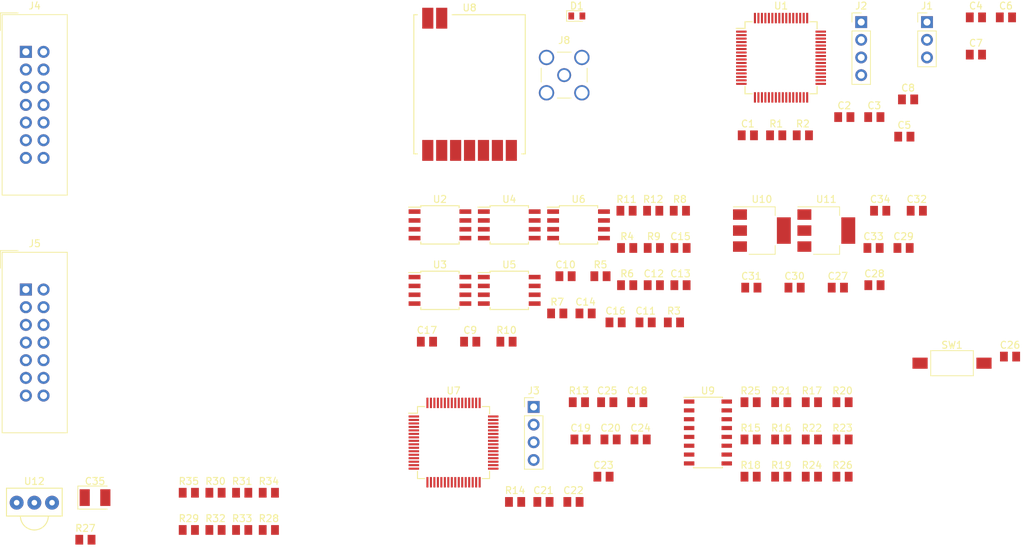
<source format=kicad_pcb>
(kicad_pcb (version 20171130) (host pcbnew 5.0.0-rc2-dev-unknown-0f0d9af~63~ubuntu16.04.1)
  (layers (0 F.Cu signal) (31 B.Cu signal) (34 B.Paste user) (35 F.Paste user) (36 B.SilkS user) (37 F.SilkS user) (38 B.Mask user) (39 F.Mask user) (44 Edge.Cuts user))
  (net 0 "")
  (net 1 /Address/A7)
  (net 2 GND)
  (net 3 "/Main MCU/~RST")
  (net 4 +3V3)
  (net 5 "Net-(R3-Pad1)")
  (net 6 "Net-(C17-Pad1)")
  (net 7 "/Shoulder 1/SPEAKER+")
  (net 8 "/Sound/Sound MCU/DAC")
  (net 9 "Net-(R5-Pad2)")
  (net 10 "Net-(D5-Pad3)")
  (net 11 /Back/LED_PWM_R)
  (net 12 "Net-(C35-Pad1)")
  (net 13 +5V)
  (net 14 /Address/A0)
  (net 15 /Back/LED_PWM_B)
  (net 16 "Net-(D5-Pad1)")
  (net 17 /Address/A6)
  (net 18 /Address/A5)
  (net 19 /Address/A4)
  (net 20 /Address/A3)
  (net 21 /Address/A2)
  (net 22 /Address/A1)
  (net 23 "Net-(D5-Pad2)")
  (net 24 /Back/LED_PWM_G)
  (net 25 "Net-(C15-Pad1)")
  (net 26 "Net-(C13-Pad1)")
  (net 27 "Net-(R7-Pad1)")
  (net 28 "Net-(D4-Pad3)")
  (net 29 "Net-(D4-Pad2)")
  (net 30 "Net-(D3-Pad3)")
  (net 31 "Net-(D3-Pad2)")
  (net 32 "Net-(D3-Pad1)")
  (net 33 "Net-(D2-Pad3)")
  (net 34 "Net-(D2-Pad2)")
  (net 35 "Net-(D2-Pad1)")
  (net 36 "Net-(R13-Pad2)")
  (net 37 "Net-(D4-Pad1)")
  (net 38 "Net-(C12-Pad2)")
  (net 39 "Net-(C11-Pad1)")
  (net 40 "Net-(C12-Pad1)")
  (net 41 "Net-(R9-Pad2)")
  (net 42 "/Shoulder 2/SPEAKER+")
  (net 43 "Net-(R1-Pad2)")
  (net 44 "/Sound/Sound MCU/~RST")
  (net 45 +5V5)
  (net 46 "Net-(C17-Pad2)")
  (net 47 "Net-(C15-Pad2)")
  (net 48 /Sound/MUTE)
  (net 49 "Net-(C10-Pad1)")
  (net 50 "/Shoulder 2/SPEAKER-")
  (net 51 "Net-(C9-Pad1)")
  (net 52 "/Shoulder 1/SPEAKER-")
  (net 53 /LED/PWM_R)
  (net 54 /LED/PWM_G)
  (net 55 /LED/PWM_B)
  (net 56 "Net-(U7-Pad2)")
  (net 57 "Net-(U7-Pad3)")
  (net 58 "Net-(U7-Pad4)")
  (net 59 "Net-(U7-Pad5)")
  (net 60 "Net-(U7-Pad6)")
  (net 61 "Net-(U7-Pad8)")
  (net 62 "Net-(U7-Pad9)")
  (net 63 "Net-(U7-Pad10)")
  (net 64 "Net-(U7-Pad11)")
  (net 65 "/Main MCU/SOUND_SEL0")
  (net 66 "/Main MCU/SOUND_SEL1")
  (net 67 "Net-(U7-Pad16)")
  (net 68 "Net-(U7-Pad17)")
  (net 69 "Net-(U7-Pad21)")
  (net 70 "Net-(U7-Pad23)")
  (net 71 "Net-(U7-Pad24)")
  (net 72 "Net-(U7-Pad25)")
  (net 73 "Net-(U7-Pad26)")
  (net 74 "Net-(U7-Pad27)")
  (net 75 "Net-(U7-Pad28)")
  (net 76 "Net-(U7-Pad29)")
  (net 77 "Net-(U7-Pad30)")
  (net 78 "Net-(C18-Pad1)")
  (net 79 "Net-(U7-Pad33)")
  (net 80 "Net-(U7-Pad34)")
  (net 81 "Net-(U7-Pad35)")
  (net 82 "Net-(U7-Pad36)")
  (net 83 "Net-(U7-Pad37)")
  (net 84 "Net-(U7-Pad38)")
  (net 85 "Net-(U7-Pad39)")
  (net 86 "Net-(U7-Pad40)")
  (net 87 "Net-(U7-Pad41)")
  (net 88 "/Main MCU/SOUND_UART_RX")
  (net 89 /Sound/SOUND_UART_RX)
  (net 90 "Net-(U7-Pad44)")
  (net 91 "Net-(U7-Pad45)")
  (net 92 "/Sound/Sound MCU/SWDIO")
  (net 93 "Net-(C19-Pad1)")
  (net 94 "/Sound/Sound MCU/SWDCLK")
  (net 95 "Net-(U7-Pad50)")
  (net 96 "Net-(U7-Pad51)")
  (net 97 "Net-(U7-Pad52)")
  (net 98 "Net-(U7-Pad53)")
  (net 99 "Net-(U7-Pad54)")
  (net 100 "Net-(U7-Pad55)")
  (net 101 "Net-(U7-Pad56)")
  (net 102 "Net-(U7-Pad57)")
  (net 103 "Net-(U7-Pad58)")
  (net 104 "Net-(U7-Pad59)")
  (net 105 "Net-(U7-Pad61)")
  (net 106 "Net-(U7-Pad62)")
  (net 107 "Net-(U1-Pad62)")
  (net 108 "Net-(U1-Pad61)")
  (net 109 /Back/SDA)
  (net 110 /Back/SCL)
  (net 111 /Back/~AL)
  (net 112 /Back/~INT)
  (net 113 "Net-(U1-Pad55)")
  (net 114 "Net-(U1-Pad54)")
  (net 115 /Display/~LCD_RST)
  (net 116 "/Main MCU/LCD_UART_RX")
  (net 117 /Display/LCD_UART_RX)
  (net 118 "Net-(U1-Pad50)")
  (net 119 "/Main MCU/SWDCLK")
  (net 120 "Net-(C2-Pad1)")
  (net 121 "/Main MCU/SWDIO")
  (net 122 "/Main MCU/~RF_CONFIG")
  (net 123 "/Main MCU/~RF_ENABLE")
  (net 124 "/Main MCU/RF_UART_RX")
  (net 125 /RF/RF_UART_RX)
  (net 126 /Back/IR_RX)
  (net 127 "Net-(U1-Pad36)")
  (net 128 "Net-(U1-Pad35)")
  (net 129 "Net-(U1-Pad34)")
  (net 130 "Net-(U1-Pad33)")
  (net 131 "Net-(C1-Pad1)")
  (net 132 "Net-(U1-Pad30)")
  (net 133 "Net-(U1-Pad29)")
  (net 134 "Net-(U1-Pad28)")
  (net 135 "Net-(U1-Pad27)")
  (net 136 "Net-(U1-Pad25)")
  (net 137 "Net-(U1-Pad24)")
  (net 138 "Net-(U1-Pad21)")
  (net 139 "Net-(U1-Pad20)")
  (net 140 "/Main MCU/GUN_UART_RX")
  (net 141 /Gun/GUN_UART_RX)
  (net 142 "/Main MCU/DEBUG_UART_RX")
  (net 143 "/Main MCU/DEBUG_UART_TX")
  (net 144 /Display/~BTN)
  (net 145 "Net-(U8-Pad7)")
  (net 146 "Net-(D1-Pad1)")
  (module Button_Switch_SMD:SW_SPST_FSMSM (layer F.Cu) (at 205.104001 107.9335)
    (fp_text reference SW1 (at 0 -2.6) (layer F.SilkS))
    (fp_text value LCD_BTN)
    (pad 1 smd rect (at -4.59 0) (size 2.18 1.6) (layers F.Cu F.Paste F.Mask) (net 144 /Display/~BTN))
    (pad 2 smd rect (at 4.59 0) (size 2.18 1.6) (layers F.Cu F.Paste F.Mask) (net 2 GND))
  )
  (module Capacitor_SMD:C_0805_2012Metric (layer F.Cu) (at 213.434952 106.9835)
    (fp_text reference C26 (at 0 -1.65) (layer F.SilkS))
    (fp_text value 100n)
    (pad 2 smd rect (at 0.88 0) (size 1.12 1.4) (layers F.Cu F.Paste F.Mask) (net 2 GND))
    (pad 1 smd rect (at -0.88 0) (size 1.12 1.4) (layers F.Cu F.Paste F.Mask) (net 144 /Display/~BTN))
  )
  (module Capacitor_SMD:C_0805_2012Metric (layer F.Cu) (at 193.944952 72.5635)
    (fp_text reference C3 (at 0 -1.65) (layer F.SilkS))
    (fp_text value 100n)
    (pad 1 smd rect (at -0.88 0) (size 1.12 1.4) (layers F.Cu F.Paste F.Mask) (net 4 +3V3))
    (pad 2 smd rect (at 0.88 0) (size 1.12 1.4) (layers F.Cu F.Paste F.Mask) (net 2 GND))
  )
  (module Capacitor_SMD:C_0805_2012Metric (layer F.Cu) (at 208.534952 58.2335)
    (fp_text reference C4 (at 0 -1.65) (layer F.SilkS))
    (fp_text value 100n)
    (pad 2 smd rect (at 0.88 0) (size 1.12 1.4) (layers F.Cu F.Paste F.Mask) (net 2 GND))
    (pad 1 smd rect (at -0.88 0) (size 1.12 1.4) (layers F.Cu F.Paste F.Mask) (net 4 +3V3))
  )
  (module Capacitor_SMD:C_0805_2012Metric (layer F.Cu) (at 198.254952 75.3735)
    (fp_text reference C5 (at 0 -1.65) (layer F.SilkS))
    (fp_text value 100n)
    (pad 1 smd rect (at -0.88 0) (size 1.12 1.4) (layers F.Cu F.Paste F.Mask) (net 4 +3V3))
    (pad 2 smd rect (at 0.88 0) (size 1.12 1.4) (layers F.Cu F.Paste F.Mask) (net 2 GND))
  )
  (module Capacitor_SMD:C_0805_2012Metric (layer F.Cu) (at 212.844952 58.2335)
    (fp_text reference C6 (at 0 -1.65) (layer F.SilkS))
    (fp_text value 100n)
    (pad 2 smd rect (at 0.88 0) (size 1.12 1.4) (layers F.Cu F.Paste F.Mask) (net 2 GND))
    (pad 1 smd rect (at -0.88 0) (size 1.12 1.4) (layers F.Cu F.Paste F.Mask) (net 4 +3V3))
  )
  (module Capacitor_SMD:C_0805_2012Metric (layer F.Cu) (at 208.534952 63.5835)
    (fp_text reference C7 (at 0 -1.65) (layer F.SilkS))
    (fp_text value 100n)
    (pad 1 smd rect (at -0.88 0) (size 1.12 1.4) (layers F.Cu F.Paste F.Mask) (net 4 +3V3))
    (pad 2 smd rect (at 0.88 0) (size 1.12 1.4) (layers F.Cu F.Paste F.Mask) (net 2 GND))
  )
  (module Capacitor_SMD:C_0805_2012Metric (layer F.Cu) (at 135.917333 104.8435)
    (fp_text reference C9 (at 0 -1.65) (layer F.SilkS))
    (fp_text value 1u/50V)
    (pad 2 smd rect (at 0.88 0) (size 1.12 1.4) (layers F.Cu F.Paste F.Mask) (net 2 GND))
    (pad 1 smd rect (at -0.88 0) (size 1.12 1.4) (layers F.Cu F.Paste F.Mask) (net 51 "Net-(C9-Pad1)"))
  )
  (module Capacitor_SMD:C_0805_2012Metric (layer F.Cu) (at 149.607333 95.4335)
    (fp_text reference C10 (at 0 -1.65) (layer F.SilkS))
    (fp_text value 1u/50V)
    (pad 1 smd rect (at -0.88 0) (size 1.12 1.4) (layers F.Cu F.Paste F.Mask) (net 49 "Net-(C10-Pad1)"))
    (pad 2 smd rect (at 0.88 0) (size 1.12 1.4) (layers F.Cu F.Paste F.Mask) (net 2 GND))
  )
  (module Capacitor_SMD:C_0805_2012Metric (layer F.Cu) (at 161.104952 102.0735)
    (fp_text reference C11 (at 0 -1.65) (layer F.SilkS))
    (fp_text value 100p)
    (pad 2 smd rect (at 0.88 0) (size 1.12 1.4) (layers F.Cu F.Paste F.Mask) (net 2 GND))
    (pad 1 smd rect (at -0.88 0) (size 1.12 1.4) (layers F.Cu F.Paste F.Mask) (net 39 "Net-(C11-Pad1)"))
  )
  (module Capacitor_SMD:C_0805_2012Metric (layer F.Cu) (at 162.284001 96.7235)
    (fp_text reference C12 (at 0 -1.65) (layer F.SilkS))
    (fp_text value 1n)
    (pad 1 smd rect (at -0.88 0) (size 1.12 1.4) (layers F.Cu F.Paste F.Mask) (net 40 "Net-(C12-Pad1)"))
    (pad 2 smd rect (at 0.88 0) (size 1.12 1.4) (layers F.Cu F.Paste F.Mask) (net 38 "Net-(C12-Pad2)"))
  )
  (module Capacitor_SMD:C_0805_2012Metric (layer F.Cu) (at 166.114001 96.7235)
    (fp_text reference C13 (at 0 -1.65) (layer F.SilkS))
    (fp_text value 68p)
    (pad 2 smd rect (at 0.88 0) (size 1.12 1.4) (layers F.Cu F.Paste F.Mask) (net 2 GND))
    (pad 1 smd rect (at -0.88 0) (size 1.12 1.4) (layers F.Cu F.Paste F.Mask) (net 26 "Net-(C13-Pad1)"))
  )
  (module Capacitor_SMD:C_0805_2012Metric (layer F.Cu) (at 152.484952 100.7835)
    (fp_text reference C14 (at 0 -1.65) (layer F.SilkS))
    (fp_text value 100n)
    (pad 1 smd rect (at -0.88 0) (size 1.12 1.4) (layers F.Cu F.Paste F.Mask) (net 13 +5V))
    (pad 2 smd rect (at 0.88 0) (size 1.12 1.4) (layers F.Cu F.Paste F.Mask) (net 2 GND))
  )
  (module Capacitor_SMD:C_0805_2012Metric (layer F.Cu) (at 166.114001 91.3735)
    (fp_text reference C15 (at 0 -1.65) (layer F.SilkS))
    (fp_text value 1n)
    (pad 2 smd rect (at 0.88 0) (size 1.12 1.4) (layers F.Cu F.Paste F.Mask) (net 47 "Net-(C15-Pad2)"))
    (pad 1 smd rect (at -0.88 0) (size 1.12 1.4) (layers F.Cu F.Paste F.Mask) (net 25 "Net-(C15-Pad1)"))
  )
  (module Capacitor_SMD:C_0805_2012Metric (layer F.Cu) (at 156.794952 102.0735)
    (fp_text reference C16 (at 0 -1.65) (layer F.SilkS))
    (fp_text value 100n)
    (pad 1 smd rect (at -0.88 0) (size 1.12 1.4) (layers F.Cu F.Paste F.Mask) (net 13 +5V))
    (pad 2 smd rect (at 0.88 0) (size 1.12 1.4) (layers F.Cu F.Paste F.Mask) (net 2 GND))
  )
  (module Capacitor_SMD:C_0805_2012Metric (layer F.Cu) (at 189.634952 72.5635)
    (fp_text reference C2 (at 0 -1.65) (layer F.SilkS))
    (fp_text value 100n)
    (pad 2 smd rect (at 0.88 0) (size 1.12 1.4) (layers F.Cu F.Paste F.Mask) (net 2 GND))
    (pad 1 smd rect (at -0.88 0) (size 1.12 1.4) (layers F.Cu F.Paste F.Mask) (net 120 "Net-(C2-Pad1)"))
  )
  (module Capacitor_SMD:C_0805_2012Metric (layer F.Cu) (at 129.707333 104.8435)
    (fp_text reference C17 (at 0 -1.65) (layer F.SilkS))
    (fp_text value 1u/50V)
    (pad 1 smd rect (at -0.88 0) (size 1.12 1.4) (layers F.Cu F.Paste F.Mask) (net 6 "Net-(C17-Pad1)"))
    (pad 2 smd rect (at 0.88 0) (size 1.12 1.4) (layers F.Cu F.Paste F.Mask) (net 46 "Net-(C17-Pad2)"))
  )
  (module Capacitor_SMD:C_0805_2012Metric (layer F.Cu) (at 175.784952 75.1835)
    (fp_text reference C1 (at 0 -1.65) (layer F.SilkS))
    (fp_text value 100n)
    (pad 2 smd rect (at 0.88 0) (size 1.12 1.4) (layers F.Cu F.Paste F.Mask) (net 2 GND))
    (pad 1 smd rect (at -0.88 0) (size 1.12 1.4) (layers F.Cu F.Paste F.Mask) (net 131 "Net-(C1-Pad1)"))
  )
  (module Capacitor_SMD:C_0805_2012Metric (layer F.Cu) (at 151.764952 118.8935)
    (fp_text reference C19 (at 0 -1.65) (layer F.SilkS))
    (fp_text value 100n)
    (pad 1 smd rect (at -0.88 0) (size 1.12 1.4) (layers F.Cu F.Paste F.Mask) (net 93 "Net-(C19-Pad1)"))
    (pad 2 smd rect (at 0.88 0) (size 1.12 1.4) (layers F.Cu F.Paste F.Mask) (net 2 GND))
  )
  (module Capacitor_SMD:C_0805_2012Metric (layer F.Cu) (at 156.074952 118.8935)
    (fp_text reference C20 (at 0 -1.65) (layer F.SilkS))
    (fp_text value 100n)
    (pad 2 smd rect (at 0.88 0) (size 1.12 1.4) (layers F.Cu F.Paste F.Mask) (net 2 GND))
    (pad 1 smd rect (at -0.88 0) (size 1.12 1.4) (layers F.Cu F.Paste F.Mask) (net 4 +3V3))
  )
  (module Capacitor_SMD:C_0805_2012Metric (layer F.Cu) (at 146.434952 127.8735)
    (fp_text reference C21 (at 0 -1.65) (layer F.SilkS))
    (fp_text value 100n)
    (pad 1 smd rect (at -0.88 0) (size 1.12 1.4) (layers F.Cu F.Paste F.Mask) (net 4 +3V3))
    (pad 2 smd rect (at 0.88 0) (size 1.12 1.4) (layers F.Cu F.Paste F.Mask) (net 2 GND))
  )
  (module Capacitor_SMD:C_0805_2012Metric (layer F.Cu) (at 150.744952 127.8735)
    (fp_text reference C22 (at 0 -1.65) (layer F.SilkS))
    (fp_text value 100n)
    (pad 2 smd rect (at 0.88 0) (size 1.12 1.4) (layers F.Cu F.Paste F.Mask) (net 2 GND))
    (pad 1 smd rect (at -0.88 0) (size 1.12 1.4) (layers F.Cu F.Paste F.Mask) (net 4 +3V3))
  )
  (module Capacitor_SMD:C_0805_2012Metric (layer F.Cu) (at 155.054952 124.2435)
    (fp_text reference C23 (at 0 -1.65) (layer F.SilkS))
    (fp_text value 100n)
    (pad 1 smd rect (at -0.88 0) (size 1.12 1.4) (layers F.Cu F.Paste F.Mask) (net 4 +3V3))
    (pad 2 smd rect (at 0.88 0) (size 1.12 1.4) (layers F.Cu F.Paste F.Mask) (net 2 GND))
  )
  (module Capacitor_SMD:C_0805_2012Metric (layer F.Cu) (at 160.384952 118.8935)
    (fp_text reference C24 (at 0 -1.65) (layer F.SilkS))
    (fp_text value 100n)
    (pad 2 smd rect (at 0.88 0) (size 1.12 1.4) (layers F.Cu F.Paste F.Mask) (net 2 GND))
    (pad 1 smd rect (at -0.88 0) (size 1.12 1.4) (layers F.Cu F.Paste F.Mask) (net 4 +3V3))
  )
  (module Capacitor_SMD:C_0805_2012Metric (layer F.Cu) (at 155.594952 113.5435)
    (fp_text reference C25 (at 0 -1.65) (layer F.SilkS))
    (fp_text value 100n)
    (pad 1 smd rect (at -0.88 0) (size 1.12 1.4) (layers F.Cu F.Paste F.Mask) (net 4 +3V3))
    (pad 2 smd rect (at 0.88 0) (size 1.12 1.4) (layers F.Cu F.Paste F.Mask) (net 2 GND))
  )
  (module Capacitor_SMD:C_0805_2012Metric (layer F.Cu) (at 159.904952 113.5435)
    (fp_text reference C18 (at 0 -1.65) (layer F.SilkS))
    (fp_text value 100n)
    (pad 2 smd rect (at 0.88 0) (size 1.12 1.4) (layers F.Cu F.Paste F.Mask) (net 2 GND))
    (pad 1 smd rect (at -0.88 0) (size 1.12 1.4) (layers F.Cu F.Paste F.Mask) (net 78 "Net-(C18-Pad1)"))
  )
  (module Capacitor_SMD:C_0805_2012Metric (layer F.Cu) (at 188.707333 97.0735)
    (fp_text reference C27 (at 0 -1.65) (layer F.SilkS))
    (fp_text value 1u/50V)
    (pad 1 smd rect (at -0.88 0) (size 1.12 1.4) (layers F.Cu F.Paste F.Mask) (net 45 +5V5))
    (pad 2 smd rect (at 0.88 0) (size 1.12 1.4) (layers F.Cu F.Paste F.Mask) (net 2 GND))
  )
  (module Capacitor_SMD:C_0805_2012Metric (layer F.Cu) (at 193.964952 96.7235)
    (fp_text reference C28 (at 0 -1.65) (layer F.SilkS))
    (fp_text value 100n)
    (pad 2 smd rect (at 0.88 0) (size 1.12 1.4) (layers F.Cu F.Paste F.Mask) (net 2 GND))
    (pad 1 smd rect (at -0.88 0) (size 1.12 1.4) (layers F.Cu F.Paste F.Mask) (net 45 +5V5))
  )
  (module Capacitor_SMD:C_0805_2012Metric (layer F.Cu) (at 194.787333 86.0235)
    (fp_text reference C34 (at 0 -1.65) (layer F.SilkS))
    (fp_text value 1u/50V)
    (pad 1 smd rect (at -0.88 0) (size 1.12 1.4) (layers F.Cu F.Paste F.Mask) (net 4 +3V3))
    (pad 2 smd rect (at 0.88 0) (size 1.12 1.4) (layers F.Cu F.Paste F.Mask) (net 2 GND))
  )
  (module Capacitor_SMD:C_0805_2012Metric (layer F.Cu) (at 198.144952 91.3735)
    (fp_text reference C29 (at 0 -1.65) (layer F.SilkS))
    (fp_text value 100n)
    (pad 2 smd rect (at 0.88 0) (size 1.12 1.4) (layers F.Cu F.Paste F.Mask) (net 2 GND))
    (pad 1 smd rect (at -0.88 0) (size 1.12 1.4) (layers F.Cu F.Paste F.Mask) (net 13 +5V))
  )
  (module Capacitor_SMD:C_0805_2012Metric (layer F.Cu) (at 182.497333 97.0735)
    (fp_text reference C30 (at 0 -1.65) (layer F.SilkS))
    (fp_text value 1u/50V)
    (pad 1 smd rect (at -0.88 0) (size 1.12 1.4) (layers F.Cu F.Paste F.Mask) (net 13 +5V))
    (pad 2 smd rect (at 0.88 0) (size 1.12 1.4) (layers F.Cu F.Paste F.Mask) (net 2 GND))
  )
  (module Capacitor_SMD:C_0805_2012Metric (layer F.Cu) (at 176.287333 97.0735)
    (fp_text reference C31 (at 0 -1.65) (layer F.SilkS))
    (fp_text value 1u/50V)
    (pad 2 smd rect (at 0.88 0) (size 1.12 1.4) (layers F.Cu F.Paste F.Mask) (net 2 GND))
    (pad 1 smd rect (at -0.88 0) (size 1.12 1.4) (layers F.Cu F.Paste F.Mask) (net 13 +5V))
  )
  (module Capacitor_SMD:C_0805_2012Metric (layer F.Cu) (at 200.044952 86.0235)
    (fp_text reference C32 (at 0 -1.65) (layer F.SilkS))
    (fp_text value 100n)
    (pad 1 smd rect (at -0.88 0) (size 1.12 1.4) (layers F.Cu F.Paste F.Mask) (net 13 +5V))
    (pad 2 smd rect (at 0.88 0) (size 1.12 1.4) (layers F.Cu F.Paste F.Mask) (net 2 GND))
  )
  (module Capacitor_SMD:C_0805_2012Metric (layer F.Cu) (at 193.834952 91.3735)
    (fp_text reference C33 (at 0 -1.65) (layer F.SilkS))
    (fp_text value 100n)
    (pad 2 smd rect (at 0.88 0) (size 1.12 1.4) (layers F.Cu F.Paste F.Mask) (net 2 GND))
    (pad 1 smd rect (at -0.88 0) (size 1.12 1.4) (layers F.Cu F.Paste F.Mask) (net 4 +3V3))
  )
  (module Capacitor_SMD:C_0805_2012Metric (layer F.Cu) (at 198.794952 70.0235)
    (fp_text reference C8 (at 0 -1.65) (layer F.SilkS))
    (fp_text value 100n)
    (pad 1 smd rect (at -0.88 0) (size 1.12 1.4) (layers F.Cu F.Paste F.Mask) (net 4 +3V3))
    (pad 2 smd rect (at 0.88 0) (size 1.12 1.4) (layers F.Cu F.Paste F.Mask) (net 2 GND))
  )
  (module Capacitor_Tantalum_SMD:CP_EIA-3528-21_Kemet-B (layer F.Cu) (at 82.043524 127.2535)
    (fp_text reference C35 (at 0 -2.35) (layer F.SilkS))
    (fp_text value 47u/10V)
    (pad 1 smd rect (at -1.48 0) (size 1.46 2.4) (layers F.Cu F.Paste F.Mask) (net 12 "Net-(C35-Pad1)"))
    (pad 2 smd rect (at 1.48 0) (size 1.46 2.4) (layers F.Cu F.Paste F.Mask) (net 2 GND))
  )
  (module Connector_Coaxial:SMA_Jack_Vertical (layer F.Cu) (at 149.414001 66.5335)
    (fp_text reference J8 (at 0 -5) (layer F.SilkS))
    (fp_text value SMA)
    (pad 2 thru_hole circle (at -2.54 2.54) (size 2.2 2.2) (drill 1.7) (layers *.Cu *.Mask) (net 2 GND))
    (pad 2 thru_hole circle (at -2.54 -2.54) (size 2.2 2.2) (drill 1.7) (layers *.Cu *.Mask) (net 2 GND))
    (pad 2 thru_hole circle (at 2.54 -2.54) (size 2.2 2.2) (drill 1.7) (layers *.Cu *.Mask) (net 2 GND))
    (pad 2 thru_hole circle (at 2.54 2.54) (size 2.2 2.2) (drill 1.7) (layers *.Cu *.Mask) (net 2 GND))
    (pad 1 thru_hole circle (at 0 0) (size 2 2) (drill 1.5) (layers *.Cu *.Mask) (net 146 "Net-(D1-Pad1)"))
  )
  (module Connector_IDC:IDC-Header_2x07_P2.54mm_Vertical (layer F.Cu) (at 72.114001 63.1875)
    (fp_text reference J4 (at 1.27 -6.604) (layer F.SilkS))
    (fp_text value IDC_02X07)
    (pad 14 thru_hole oval (at 2.54 15.24) (size 1.7272 1.7272) (drill 1.016) (layers *.Cu *.Mask) (net 2 GND))
    (pad 13 thru_hole oval (at 0 15.24) (size 1.7272 1.7272) (drill 1.016) (layers *.Cu *.Mask) (net 7 "/Shoulder 1/SPEAKER+"))
    (pad 12 thru_hole oval (at 2.54 12.7) (size 1.7272 1.7272) (drill 1.016) (layers *.Cu *.Mask) (net 52 "/Shoulder 1/SPEAKER-"))
    (pad 11 thru_hole oval (at 0 12.7) (size 1.7272 1.7272) (drill 1.016) (layers *.Cu *.Mask) (net 2 GND))
    (pad 10 thru_hole oval (at 2.54 10.16) (size 1.7272 1.7272) (drill 1.016) (layers *.Cu *.Mask) (net 13 +5V))
    (pad 9 thru_hole oval (at 0 10.16) (size 1.7272 1.7272) (drill 1.016) (layers *.Cu *.Mask) (net 13 +5V))
    (pad 8 thru_hole oval (at 2.54 7.62) (size 1.7272 1.7272) (drill 1.016) (layers *.Cu *.Mask) (net 13 +5V))
    (pad 7 thru_hole oval (at 0 7.62) (size 1.7272 1.7272) (drill 1.016) (layers *.Cu *.Mask) (net 2 GND))
    (pad 6 thru_hole oval (at 2.54 5.08) (size 1.7272 1.7272) (drill 1.016) (layers *.Cu *.Mask) (net 126 /Back/IR_RX))
    (pad 5 thru_hole oval (at 0 5.08) (size 1.7272 1.7272) (drill 1.016) (layers *.Cu *.Mask) (net 2 GND))
    (pad 4 thru_hole oval (at 2.54 2.54) (size 1.7272 1.7272) (drill 1.016) (layers *.Cu *.Mask) (net 15 /Back/LED_PWM_B))
    (pad 3 thru_hole oval (at 0 2.54) (size 1.7272 1.7272) (drill 1.016) (layers *.Cu *.Mask) (net 24 /Back/LED_PWM_G))
    (pad 2 thru_hole oval (at 2.54 0) (size 1.7272 1.7272) (drill 1.016) (layers *.Cu *.Mask) (net 11 /Back/LED_PWM_R))
    (pad 1 thru_hole rect (at 0 0) (size 1.7272 1.7272) (drill 1.016) (layers *.Cu *.Mask) (net 2 GND))
  )
  (module Connector_IDC:IDC-Header_2x07_P2.54mm_Vertical (layer F.Cu) (at 72.114001 97.3475)
    (fp_text reference J5 (at 1.27 -6.604) (layer F.SilkS))
    (fp_text value IDC_02X07)
    (pad 1 thru_hole rect (at 0 0) (size 1.7272 1.7272) (drill 1.016) (layers *.Cu *.Mask) (net 2 GND))
    (pad 2 thru_hole oval (at 2.54 0) (size 1.7272 1.7272) (drill 1.016) (layers *.Cu *.Mask) (net 11 /Back/LED_PWM_R))
    (pad 3 thru_hole oval (at 0 2.54) (size 1.7272 1.7272) (drill 1.016) (layers *.Cu *.Mask) (net 24 /Back/LED_PWM_G))
    (pad 4 thru_hole oval (at 2.54 2.54) (size 1.7272 1.7272) (drill 1.016) (layers *.Cu *.Mask) (net 15 /Back/LED_PWM_B))
    (pad 5 thru_hole oval (at 0 5.08) (size 1.7272 1.7272) (drill 1.016) (layers *.Cu *.Mask) (net 2 GND))
    (pad 6 thru_hole oval (at 2.54 5.08) (size 1.7272 1.7272) (drill 1.016) (layers *.Cu *.Mask) (net 126 /Back/IR_RX))
    (pad 7 thru_hole oval (at 0 7.62) (size 1.7272 1.7272) (drill 1.016) (layers *.Cu *.Mask) (net 2 GND))
    (pad 8 thru_hole oval (at 2.54 7.62) (size 1.7272 1.7272) (drill 1.016) (layers *.Cu *.Mask) (net 13 +5V))
    (pad 9 thru_hole oval (at 0 10.16) (size 1.7272 1.7272) (drill 1.016) (layers *.Cu *.Mask) (net 13 +5V))
    (pad 10 thru_hole oval (at 2.54 10.16) (size 1.7272 1.7272) (drill 1.016) (layers *.Cu *.Mask) (net 13 +5V))
    (pad 11 thru_hole oval (at 0 12.7) (size 1.7272 1.7272) (drill 1.016) (layers *.Cu *.Mask) (net 2 GND))
    (pad 12 thru_hole oval (at 2.54 12.7) (size 1.7272 1.7272) (drill 1.016) (layers *.Cu *.Mask) (net 50 "/Shoulder 2/SPEAKER-"))
    (pad 13 thru_hole oval (at 0 15.24) (size 1.7272 1.7272) (drill 1.016) (layers *.Cu *.Mask) (net 42 "/Shoulder 2/SPEAKER+"))
    (pad 14 thru_hole oval (at 2.54 15.24) (size 1.7272 1.7272) (drill 1.016) (layers *.Cu *.Mask) (net 2 GND))
  )
  (module Connector_PinHeader_2.54mm:PinHeader_1x03_P2.54mm_Vertical (layer F.Cu) (at 201.509238 58.9135)
    (fp_text reference J1 (at 0 -2.33) (layer F.SilkS))
    (fp_text value UART_01X03)
    (pad 1 thru_hole rect (at 0 0) (size 1.7 1.7) (drill 1) (layers *.Cu *.Mask) (net 2 GND))
    (pad 2 thru_hole oval (at 0 2.54) (size 1.7 1.7) (drill 1) (layers *.Cu *.Mask) (net 142 "/Main MCU/DEBUG_UART_RX"))
    (pad 3 thru_hole oval (at 0 5.08) (size 1.7 1.7) (drill 1) (layers *.Cu *.Mask) (net 143 "/Main MCU/DEBUG_UART_TX"))
  )
  (module Connector_PinHeader_2.54mm:PinHeader_1x04_P2.54mm_Vertical (layer F.Cu) (at 192.063524 58.9135)
    (fp_text reference J2 (at 0 -2.33) (layer F.SilkS))
    (fp_text value SWD_01X04)
    (pad 4 thru_hole oval (at 0 7.62) (size 1.7 1.7) (drill 1) (layers *.Cu *.Mask) (net 121 "/Main MCU/SWDIO"))
    (pad 3 thru_hole oval (at 0 5.08) (size 1.7 1.7) (drill 1) (layers *.Cu *.Mask) (net 119 "/Main MCU/SWDCLK"))
    (pad 2 thru_hole oval (at 0 2.54) (size 1.7 1.7) (drill 1) (layers *.Cu *.Mask) (net 3 "/Main MCU/~RST"))
    (pad 1 thru_hole rect (at 0 0) (size 1.7 1.7) (drill 1) (layers *.Cu *.Mask) (net 2 GND))
  )
  (module Connector_PinHeader_2.54mm:PinHeader_1x04_P2.54mm_Vertical (layer F.Cu) (at 145.033524 114.2235)
    (fp_text reference J3 (at 0 -2.33) (layer F.SilkS))
    (fp_text value SWD_01X04)
    (pad 1 thru_hole rect (at 0 0) (size 1.7 1.7) (drill 1) (layers *.Cu *.Mask) (net 2 GND))
    (pad 2 thru_hole oval (at 0 2.54) (size 1.7 1.7) (drill 1) (layers *.Cu *.Mask) (net 44 "/Sound/Sound MCU/~RST"))
    (pad 3 thru_hole oval (at 0 5.08) (size 1.7 1.7) (drill 1) (layers *.Cu *.Mask) (net 94 "/Sound/Sound MCU/SWDCLK"))
    (pad 4 thru_hole oval (at 0 7.62) (size 1.7 1.7) (drill 1) (layers *.Cu *.Mask) (net 92 "/Sound/Sound MCU/SWDIO"))
  )
  (module Diode_SMD:D_0603_1608Metric (layer F.Cu) (at 151.228762 58.0335)
    (fp_text reference D1 (at 0 -1.45) (layer F.SilkS))
    (fp_text value PGB1010603MR)
    (pad 1 smd rect (at -0.8 0) (size 0.82 1) (layers F.Cu F.Paste F.Mask) (net 146 "Net-(D1-Pad1)"))
    (pad 2 smd rect (at 0.8 0) (size 0.82 1) (layers F.Cu F.Paste F.Mask) (net 2 GND))
  )
  (module KLIB_Opto:OSRB8C9BA (layer F.Cu) (at 73.331143 127.9035)
    (fp_text reference U12 (at 0 -3) (layer F.SilkS))
    (fp_text value OSRB38C9BA hide)
    (pad 1 thru_hole circle (at -2.54 0.08) (size 2 2) (drill 0.8) (layers *.Cu *.Mask) (net 126 /Back/IR_RX))
    (pad 2 thru_hole circle (at 0 0.08) (size 2 2) (drill 0.8) (layers *.Cu *.Mask) (net 2 GND))
    (pad 3 thru_hole circle (at 2.54 0.08) (size 2 2) (drill 0.8) (layers *.Cu *.Mask) (net 12 "Net-(C35-Pad1)"))
  )
  (module KLIB_RF_Module:HM-TRP-SMD (layer F.Cu) (at 135.824001 67.851001)
    (fp_text reference U8 (at 0 -11) (layer F.SilkS))
    (fp_text value HM-TRP-869S)
    (pad 1 smd rect (at -6 9.5) (size 1.6 3) (layers F.Cu F.Paste F.Mask) (net 4 +3V3))
    (pad 2 smd rect (at -4 9.5) (size 1.6 3) (layers F.Cu F.Paste F.Mask) (net 124 "/Main MCU/RF_UART_RX"))
    (pad 3 smd rect (at -2 9.5) (size 1.6 3) (layers F.Cu F.Paste F.Mask) (net 2 GND))
    (pad 4 smd rect (at 0 9.5) (size 1.6 3) (layers F.Cu F.Paste F.Mask) (net 125 /RF/RF_UART_RX))
    (pad 5 smd rect (at 2 9.5) (size 1.6 3) (layers F.Cu F.Paste F.Mask) (net 122 "/Main MCU/~RF_CONFIG"))
    (pad 6 smd rect (at 4 9.5) (size 1.6 3) (layers F.Cu F.Paste F.Mask) (net 123 "/Main MCU/~RF_ENABLE"))
    (pad 7 smd rect (at 6 9.5) (size 1.6 3) (layers F.Cu F.Paste F.Mask) (net 145 "Net-(U8-Pad7)"))
    (pad 9 smd rect (at -6 -9.5) (size 1.6 3) (layers F.Cu F.Paste F.Mask) (net 146 "Net-(D1-Pad1)"))
    (pad 8 smd rect (at -4 -9.5) (size 1.6 3) (layers F.Cu F.Paste F.Mask) (net 2 GND))
  )
  (module Package_QFP:TQFP-64_10x10mm_P0.5mm (layer F.Cu) (at 180.554001 64.0335)
    (fp_text reference U1 (at 0 -7.45) (layer F.SilkS))
    (fp_text value STM32F405RGTx)
    (pad 64 smd rect (at -3.75 -5.7 90) (size 1.5 0.3) (layers F.Cu F.Paste F.Mask) (net 4 +3V3))
    (pad 63 smd rect (at -3.25 -5.7 90) (size 1.5 0.3) (layers F.Cu F.Paste F.Mask) (net 2 GND))
    (pad 62 smd rect (at -2.75 -5.7 90) (size 1.5 0.3) (layers F.Cu F.Paste F.Mask) (net 107 "Net-(U1-Pad62)"))
    (pad 61 smd rect (at -2.25 -5.7 90) (size 1.5 0.3) (layers F.Cu F.Paste F.Mask) (net 108 "Net-(U1-Pad61)"))
    (pad 60 smd rect (at -1.75 -5.7 90) (size 1.5 0.3) (layers F.Cu F.Paste F.Mask) (net 43 "Net-(R1-Pad2)"))
    (pad 59 smd rect (at -1.25 -5.7 90) (size 1.5 0.3) (layers F.Cu F.Paste F.Mask) (net 109 /Back/SDA))
    (pad 58 smd rect (at -0.75 -5.7 90) (size 1.5 0.3) (layers F.Cu F.Paste F.Mask) (net 110 /Back/SCL))
    (pad 57 smd rect (at -0.25 -5.7 90) (size 1.5 0.3) (layers F.Cu F.Paste F.Mask) (net 111 /Back/~AL))
    (pad 56 smd rect (at 0.25 -5.7 90) (size 1.5 0.3) (layers F.Cu F.Paste F.Mask) (net 112 /Back/~INT))
    (pad 55 smd rect (at 0.75 -5.7 90) (size 1.5 0.3) (layers F.Cu F.Paste F.Mask) (net 113 "Net-(U1-Pad55)"))
    (pad 54 smd rect (at 1.25 -5.7 90) (size 1.5 0.3) (layers F.Cu F.Paste F.Mask) (net 114 "Net-(U1-Pad54)"))
    (pad 53 smd rect (at 1.75 -5.7 90) (size 1.5 0.3) (layers F.Cu F.Paste F.Mask) (net 115 /Display/~LCD_RST))
    (pad 52 smd rect (at 2.25 -5.7 90) (size 1.5 0.3) (layers F.Cu F.Paste F.Mask) (net 116 "/Main MCU/LCD_UART_RX"))
    (pad 51 smd rect (at 2.75 -5.7 90) (size 1.5 0.3) (layers F.Cu F.Paste F.Mask) (net 117 /Display/LCD_UART_RX))
    (pad 50 smd rect (at 3.25 -5.7 90) (size 1.5 0.3) (layers F.Cu F.Paste F.Mask) (net 118 "Net-(U1-Pad50)"))
    (pad 49 smd rect (at 3.75 -5.7 90) (size 1.5 0.3) (layers F.Cu F.Paste F.Mask) (net 119 "/Main MCU/SWDCLK"))
    (pad 48 smd rect (at 5.7 -3.75) (size 1.5 0.3) (layers F.Cu F.Paste F.Mask) (net 4 +3V3))
    (pad 47 smd rect (at 5.7 -3.25) (size 1.5 0.3) (layers F.Cu F.Paste F.Mask) (net 120 "Net-(C2-Pad1)"))
    (pad 46 smd rect (at 5.7 -2.75) (size 1.5 0.3) (layers F.Cu F.Paste F.Mask) (net 121 "/Main MCU/SWDIO"))
    (pad 45 smd rect (at 5.7 -2.25) (size 1.5 0.3) (layers F.Cu F.Paste F.Mask) (net 122 "/Main MCU/~RF_CONFIG"))
    (pad 44 smd rect (at 5.7 -1.75) (size 1.5 0.3) (layers F.Cu F.Paste F.Mask) (net 123 "/Main MCU/~RF_ENABLE"))
    (pad 43 smd rect (at 5.7 -1.25) (size 1.5 0.3) (layers F.Cu F.Paste F.Mask) (net 124 "/Main MCU/RF_UART_RX"))
    (pad 42 smd rect (at 5.7 -0.75) (size 1.5 0.3) (layers F.Cu F.Paste F.Mask) (net 125 /RF/RF_UART_RX))
    (pad 41 smd rect (at 5.7 -0.25) (size 1.5 0.3) (layers F.Cu F.Paste F.Mask) (net 126 /Back/IR_RX))
    (pad 40 smd rect (at 5.7 0.25) (size 1.5 0.3) (layers F.Cu F.Paste F.Mask) (net 66 "/Main MCU/SOUND_SEL1"))
    (pad 39 smd rect (at 5.7 0.75) (size 1.5 0.3) (layers F.Cu F.Paste F.Mask) (net 65 "/Main MCU/SOUND_SEL0"))
    (pad 38 smd rect (at 5.7 1.25) (size 1.5 0.3) (layers F.Cu F.Paste F.Mask) (net 88 "/Main MCU/SOUND_UART_RX"))
    (pad 37 smd rect (at 5.7 1.75) (size 1.5 0.3) (layers F.Cu F.Paste F.Mask) (net 89 /Sound/SOUND_UART_RX))
    (pad 36 smd rect (at 5.7 2.25) (size 1.5 0.3) (layers F.Cu F.Paste F.Mask) (net 127 "Net-(U1-Pad36)"))
    (pad 35 smd rect (at 5.7 2.75) (size 1.5 0.3) (layers F.Cu F.Paste F.Mask) (net 128 "Net-(U1-Pad35)"))
    (pad 34 smd rect (at 5.7 3.25) (size 1.5 0.3) (layers F.Cu F.Paste F.Mask) (net 129 "Net-(U1-Pad34)"))
    (pad 33 smd rect (at 5.7 3.75) (size 1.5 0.3) (layers F.Cu F.Paste F.Mask) (net 130 "Net-(U1-Pad33)"))
    (pad 32 smd rect (at 3.75 5.7 90) (size 1.5 0.3) (layers F.Cu F.Paste F.Mask) (net 4 +3V3))
    (pad 31 smd rect (at 3.25 5.7 90) (size 1.5 0.3) (layers F.Cu F.Paste F.Mask) (net 131 "Net-(C1-Pad1)"))
    (pad 30 smd rect (at 2.75 5.7 90) (size 1.5 0.3) (layers F.Cu F.Paste F.Mask) (net 132 "Net-(U1-Pad30)"))
    (pad 29 smd rect (at 2.25 5.7 90) (size 1.5 0.3) (layers F.Cu F.Paste F.Mask) (net 133 "Net-(U1-Pad29)"))
    (pad 28 smd rect (at 1.75 5.7 90) (size 1.5 0.3) (layers F.Cu F.Paste F.Mask) (net 134 "Net-(U1-Pad28)"))
    (pad 27 smd rect (at 1.25 5.7 90) (size 1.5 0.3) (layers F.Cu F.Paste F.Mask) (net 135 "Net-(U1-Pad27)"))
    (pad 26 smd rect (at 0.75 5.7 90) (size 1.5 0.3) (layers F.Cu F.Paste F.Mask) (net 55 /LED/PWM_B))
    (pad 25 smd rect (at 0.25 5.7 90) (size 1.5 0.3) (layers F.Cu F.Paste F.Mask) (net 136 "Net-(U1-Pad25)"))
    (pad 24 smd rect (at -0.25 5.7 90) (size 1.5 0.3) (layers F.Cu F.Paste F.Mask) (net 137 "Net-(U1-Pad24)"))
    (pad 23 smd rect (at -0.75 5.7 90) (size 1.5 0.3) (layers F.Cu F.Paste F.Mask) (net 54 /LED/PWM_G))
    (pad 22 smd rect (at -1.25 5.7 90) (size 1.5 0.3) (layers F.Cu F.Paste F.Mask) (net 53 /LED/PWM_R))
    (pad 21 smd rect (at -1.75 5.7 90) (size 1.5 0.3) (layers F.Cu F.Paste F.Mask) (net 138 "Net-(U1-Pad21)"))
    (pad 20 smd rect (at -2.25 5.7 90) (size 1.5 0.3) (layers F.Cu F.Paste F.Mask) (net 139 "Net-(U1-Pad20)"))
    (pad 19 smd rect (at -2.75 5.7 90) (size 1.5 0.3) (layers F.Cu F.Paste F.Mask) (net 4 +3V3))
    (pad 18 smd rect (at -3.25 5.7 90) (size 1.5 0.3) (layers F.Cu F.Paste F.Mask) (net 2 GND))
    (pad 17 smd rect (at -3.75 5.7 90) (size 1.5 0.3) (layers F.Cu F.Paste F.Mask) (net 140 "/Main MCU/GUN_UART_RX"))
    (pad 16 smd rect (at -5.7 3.75) (size 1.5 0.3) (layers F.Cu F.Paste F.Mask) (net 141 /Gun/GUN_UART_RX))
    (pad 15 smd rect (at -5.7 3.25) (size 1.5 0.3) (layers F.Cu F.Paste F.Mask) (net 142 "/Main MCU/DEBUG_UART_RX"))
    (pad 14 smd rect (at -5.7 2.75) (size 1.5 0.3) (layers F.Cu F.Paste F.Mask) (net 143 "/Main MCU/DEBUG_UART_TX"))
    (pad 13 smd rect (at -5.7 2.25) (size 1.5 0.3) (layers F.Cu F.Paste F.Mask) (net 4 +3V3))
    (pad 12 smd rect (at -5.7 1.75) (size 1.5 0.3) (layers F.Cu F.Paste F.Mask) (net 2 GND))
    (pad 11 smd rect (at -5.7 1.25) (size 1.5 0.3) (layers F.Cu F.Paste F.Mask) (net 1 /Address/A7))
    (pad 10 smd rect (at -5.7 0.75) (size 1.5 0.3) (layers F.Cu F.Paste F.Mask) (net 17 /Address/A6))
    (pad 9 smd rect (at -5.7 0.25) (size 1.5 0.3) (layers F.Cu F.Paste F.Mask) (net 18 /Address/A5))
    (pad 8 smd rect (at -5.7 -0.25) (size 1.5 0.3) (layers F.Cu F.Paste F.Mask) (net 19 /Address/A4))
    (pad 7 smd rect (at -5.7 -0.75) (size 1.5 0.3) (layers F.Cu F.Paste F.Mask) (net 3 "/Main MCU/~RST"))
    (pad 6 smd rect (at -5.7 -1.25) (size 1.5 0.3) (layers F.Cu F.Paste F.Mask) (net 20 /Address/A3))
    (pad 5 smd rect (at -5.7 -1.75) (size 1.5 0.3) (layers F.Cu F.Paste F.Mask) (net 21 /Address/A2))
    (pad 4 smd rect (at -5.7 -2.25) (size 1.5 0.3) (layers F.Cu F.Paste F.Mask) (net 22 /Address/A1))
    (pad 3 smd rect (at -5.7 -2.75) (size 1.5 0.3) (layers F.Cu F.Paste F.Mask) (net 14 /Address/A0))
    (pad 2 smd rect (at -5.7 -3.25) (size 1.5 0.3) (layers F.Cu F.Paste F.Mask) (net 144 /Display/~BTN))
    (pad 1 smd rect (at -5.7 -3.75) (size 1.5 0.3) (layers F.Cu F.Paste F.Mask) (net 4 +3V3))
  )
  (module Package_QFP:TQFP-64_10x10mm_P0.5mm (layer F.Cu) (at 133.524001 119.3435)
    (fp_text reference U7 (at 0 -7.45) (layer F.SilkS))
    (fp_text value STM32F405RGTx)
    (pad 1 smd rect (at -5.7 -3.75) (size 1.5 0.3) (layers F.Cu F.Paste F.Mask) (net 4 +3V3))
    (pad 2 smd rect (at -5.7 -3.25) (size 1.5 0.3) (layers F.Cu F.Paste F.Mask) (net 56 "Net-(U7-Pad2)"))
    (pad 3 smd rect (at -5.7 -2.75) (size 1.5 0.3) (layers F.Cu F.Paste F.Mask) (net 57 "Net-(U7-Pad3)"))
    (pad 4 smd rect (at -5.7 -2.25) (size 1.5 0.3) (layers F.Cu F.Paste F.Mask) (net 58 "Net-(U7-Pad4)"))
    (pad 5 smd rect (at -5.7 -1.75) (size 1.5 0.3) (layers F.Cu F.Paste F.Mask) (net 59 "Net-(U7-Pad5)"))
    (pad 6 smd rect (at -5.7 -1.25) (size 1.5 0.3) (layers F.Cu F.Paste F.Mask) (net 60 "Net-(U7-Pad6)"))
    (pad 7 smd rect (at -5.7 -0.75) (size 1.5 0.3) (layers F.Cu F.Paste F.Mask) (net 44 "/Sound/Sound MCU/~RST"))
    (pad 8 smd rect (at -5.7 -0.25) (size 1.5 0.3) (layers F.Cu F.Paste F.Mask) (net 61 "Net-(U7-Pad8)"))
    (pad 9 smd rect (at -5.7 0.25) (size 1.5 0.3) (layers F.Cu F.Paste F.Mask) (net 62 "Net-(U7-Pad9)"))
    (pad 10 smd rect (at -5.7 0.75) (size 1.5 0.3) (layers F.Cu F.Paste F.Mask) (net 63 "Net-(U7-Pad10)"))
    (pad 11 smd rect (at -5.7 1.25) (size 1.5 0.3) (layers F.Cu F.Paste F.Mask) (net 64 "Net-(U7-Pad11)"))
    (pad 12 smd rect (at -5.7 1.75) (size 1.5 0.3) (layers F.Cu F.Paste F.Mask) (net 2 GND))
    (pad 13 smd rect (at -5.7 2.25) (size 1.5 0.3) (layers F.Cu F.Paste F.Mask) (net 4 +3V3))
    (pad 14 smd rect (at -5.7 2.75) (size 1.5 0.3) (layers F.Cu F.Paste F.Mask) (net 65 "/Main MCU/SOUND_SEL0"))
    (pad 15 smd rect (at -5.7 3.25) (size 1.5 0.3) (layers F.Cu F.Paste F.Mask) (net 66 "/Main MCU/SOUND_SEL1"))
    (pad 16 smd rect (at -5.7 3.75) (size 1.5 0.3) (layers F.Cu F.Paste F.Mask) (net 67 "Net-(U7-Pad16)"))
    (pad 17 smd rect (at -3.75 5.7 90) (size 1.5 0.3) (layers F.Cu F.Paste F.Mask) (net 68 "Net-(U7-Pad17)"))
    (pad 18 smd rect (at -3.25 5.7 90) (size 1.5 0.3) (layers F.Cu F.Paste F.Mask) (net 2 GND))
    (pad 19 smd rect (at -2.75 5.7 90) (size 1.5 0.3) (layers F.Cu F.Paste F.Mask) (net 4 +3V3))
    (pad 20 smd rect (at -2.25 5.7 90) (size 1.5 0.3) (layers F.Cu F.Paste F.Mask) (net 8 "/Sound/Sound MCU/DAC"))
    (pad 21 smd rect (at -1.75 5.7 90) (size 1.5 0.3) (layers F.Cu F.Paste F.Mask) (net 69 "Net-(U7-Pad21)"))
    (pad 22 smd rect (at -1.25 5.7 90) (size 1.5 0.3) (layers F.Cu F.Paste F.Mask) (net 48 /Sound/MUTE))
    (pad 23 smd rect (at -0.75 5.7 90) (size 1.5 0.3) (layers F.Cu F.Paste F.Mask) (net 70 "Net-(U7-Pad23)"))
    (pad 24 smd rect (at -0.25 5.7 90) (size 1.5 0.3) (layers F.Cu F.Paste F.Mask) (net 71 "Net-(U7-Pad24)"))
    (pad 25 smd rect (at 0.25 5.7 90) (size 1.5 0.3) (layers F.Cu F.Paste F.Mask) (net 72 "Net-(U7-Pad25)"))
    (pad 26 smd rect (at 0.75 5.7 90) (size 1.5 0.3) (layers F.Cu F.Paste F.Mask) (net 73 "Net-(U7-Pad26)"))
    (pad 27 smd rect (at 1.25 5.7 90) (size 1.5 0.3) (layers F.Cu F.Paste F.Mask) (net 74 "Net-(U7-Pad27)"))
    (pad 28 smd rect (at 1.75 5.7 90) (size 1.5 0.3) (layers F.Cu F.Paste F.Mask) (net 75 "Net-(U7-Pad28)"))
    (pad 29 smd rect (at 2.25 5.7 90) (size 1.5 0.3) (layers F.Cu F.Paste F.Mask) (net 76 "Net-(U7-Pad29)"))
    (pad 30 smd rect (at 2.75 5.7 90) (size 1.5 0.3) (layers F.Cu F.Paste F.Mask) (net 77 "Net-(U7-Pad30)"))
    (pad 31 smd rect (at 3.25 5.7 90) (size 1.5 0.3) (layers F.Cu F.Paste F.Mask) (net 78 "Net-(C18-Pad1)"))
    (pad 32 smd rect (at 3.75 5.7 90) (size 1.5 0.3) (layers F.Cu F.Paste F.Mask) (net 4 +3V3))
    (pad 33 smd rect (at 5.7 3.75) (size 1.5 0.3) (layers F.Cu F.Paste F.Mask) (net 79 "Net-(U7-Pad33)"))
    (pad 34 smd rect (at 5.7 3.25) (size 1.5 0.3) (layers F.Cu F.Paste F.Mask) (net 80 "Net-(U7-Pad34)"))
    (pad 35 smd rect (at 5.7 2.75) (size 1.5 0.3) (layers F.Cu F.Paste F.Mask) (net 81 "Net-(U7-Pad35)"))
    (pad 36 smd rect (at 5.7 2.25) (size 1.5 0.3) (layers F.Cu F.Paste F.Mask) (net 82 "Net-(U7-Pad36)"))
    (pad 37 smd rect (at 5.7 1.75) (size 1.5 0.3) (layers F.Cu F.Paste F.Mask) (net 83 "Net-(U7-Pad37)"))
    (pad 38 smd rect (at 5.7 1.25) (size 1.5 0.3) (layers F.Cu F.Paste F.Mask) (net 84 "Net-(U7-Pad38)"))
    (pad 39 smd rect (at 5.7 0.75) (size 1.5 0.3) (layers F.Cu F.Paste F.Mask) (net 85 "Net-(U7-Pad39)"))
    (pad 40 smd rect (at 5.7 0.25) (size 1.5 0.3) (layers F.Cu F.Paste F.Mask) (net 86 "Net-(U7-Pad40)"))
    (pad 41 smd rect (at 5.7 -0.25) (size 1.5 0.3) (layers F.Cu F.Paste F.Mask) (net 87 "Net-(U7-Pad41)"))
    (pad 42 smd rect (at 5.7 -0.75) (size 1.5 0.3) (layers F.Cu F.Paste F.Mask) (net 88 "/Main MCU/SOUND_UART_RX"))
    (pad 43 smd rect (at 5.7 -1.25) (size 1.5 0.3) (layers F.Cu F.Paste F.Mask) (net 89 /Sound/SOUND_UART_RX))
    (pad 44 smd rect (at 5.7 -1.75) (size 1.5 0.3) (layers F.Cu F.Paste F.Mask) (net 90 "Net-(U7-Pad44)"))
    (pad 45 smd rect (at 5.7 -2.25) (size 1.5 0.3) (layers F.Cu F.Paste F.Mask) (net 91 "Net-(U7-Pad45)"))
    (pad 46 smd rect (at 5.7 -2.75) (size 1.5 0.3) (layers F.Cu F.Paste F.Mask) (net 92 "/Sound/Sound MCU/SWDIO"))
    (pad 47 smd rect (at 5.7 -3.25) (size 1.5 0.3) (layers F.Cu F.Paste F.Mask) (net 93 "Net-(C19-Pad1)"))
    (pad 48 smd rect (at 5.7 -3.75) (size 1.5 0.3) (layers F.Cu F.Paste F.Mask) (net 4 +3V3))
    (pad 49 smd rect (at 3.75 -5.7 90) (size 1.5 0.3) (layers F.Cu F.Paste F.Mask) (net 94 "/Sound/Sound MCU/SWDCLK"))
    (pad 50 smd rect (at 3.25 -5.7 90) (size 1.5 0.3) (layers F.Cu F.Paste F.Mask) (net 95 "Net-(U7-Pad50)"))
    (pad 51 smd rect (at 2.75 -5.7 90) (size 1.5 0.3) (layers F.Cu F.Paste F.Mask) (net 96 "Net-(U7-Pad51)"))
    (pad 52 smd rect (at 2.25 -5.7 90) (size 1.5 0.3) (layers F.Cu F.Paste F.Mask) (net 97 "Net-(U7-Pad52)"))
    (pad 53 smd rect (at 1.75 -5.7 90) (size 1.5 0.3) (layers F.Cu F.Paste F.Mask) (net 98 "Net-(U7-Pad53)"))
    (pad 54 smd rect (at 1.25 -5.7 90) (size 1.5 0.3) (layers F.Cu F.Paste F.Mask) (net 99 "Net-(U7-Pad54)"))
    (pad 55 smd rect (at 0.75 -5.7 90) (size 1.5 0.3) (layers F.Cu F.Paste F.Mask) (net 100 "Net-(U7-Pad55)"))
    (pad 56 smd rect (at 0.25 -5.7 90) (size 1.5 0.3) (layers F.Cu F.Paste F.Mask) (net 101 "Net-(U7-Pad56)"))
    (pad 57 smd rect (at -0.25 -5.7 90) (size 1.5 0.3) (layers F.Cu F.Paste F.Mask) (net 102 "Net-(U7-Pad57)"))
    (pad 58 smd rect (at -0.75 -5.7 90) (size 1.5 0.3) (layers F.Cu F.Paste F.Mask) (net 103 "Net-(U7-Pad58)"))
    (pad 59 smd rect (at -1.25 -5.7 90) (size 1.5 0.3) (layers F.Cu F.Paste F.Mask) (net 104 "Net-(U7-Pad59)"))
    (pad 60 smd rect (at -1.75 -5.7 90) (size 1.5 0.3) (layers F.Cu F.Paste F.Mask) (net 36 "Net-(R13-Pad2)"))
    (pad 61 smd rect (at -2.25 -5.7 90) (size 1.5 0.3) (layers F.Cu F.Paste F.Mask) (net 105 "Net-(U7-Pad61)"))
    (pad 62 smd rect (at -2.75 -5.7 90) (size 1.5 0.3) (layers F.Cu F.Paste F.Mask) (net 106 "Net-(U7-Pad62)"))
    (pad 63 smd rect (at -3.25 -5.7 90) (size 1.5 0.3) (layers F.Cu F.Paste F.Mask) (net 2 GND))
    (pad 64 smd rect (at -3.75 -5.7 90) (size 1.5 0.3) (layers F.Cu F.Paste F.Mask) (net 4 +3V3))
  )
  (module Package_SO:SOIC-16_3.9x9.9mm_P1.27mm (layer F.Cu) (at 170.054001 117.8935)
    (fp_text reference U9 (at 0 -6) (layer F.SilkS))
    (fp_text value ULN2003)
    (pad 1 smd rect (at -2.7 -4.445) (size 1.5 0.6) (layers F.Cu F.Paste F.Mask) (net 53 /LED/PWM_R))
    (pad 2 smd rect (at -2.7 -3.175) (size 1.5 0.6) (layers F.Cu F.Paste F.Mask) (net 53 /LED/PWM_R))
    (pad 3 smd rect (at -2.7 -1.905) (size 1.5 0.6) (layers F.Cu F.Paste F.Mask) (net 54 /LED/PWM_G))
    (pad 4 smd rect (at -2.7 -0.635) (size 1.5 0.6) (layers F.Cu F.Paste F.Mask) (net 54 /LED/PWM_G))
    (pad 5 smd rect (at -2.7 0.635) (size 1.5 0.6) (layers F.Cu F.Paste F.Mask) (net 55 /LED/PWM_B))
    (pad 6 smd rect (at -2.7 1.905) (size 1.5 0.6) (layers F.Cu F.Paste F.Mask) (net 55 /LED/PWM_B))
    (pad 7 smd rect (at -2.7 3.175) (size 1.5 0.6) (layers F.Cu F.Paste F.Mask) (net 55 /LED/PWM_B))
    (pad 8 smd rect (at -2.7 4.445) (size 1.5 0.6) (layers F.Cu F.Paste F.Mask) (net 2 GND))
    (pad 9 smd rect (at 2.7 4.445) (size 1.5 0.6) (layers F.Cu F.Paste F.Mask) (net 13 +5V))
    (pad 10 smd rect (at 2.7 3.175) (size 1.5 0.6) (layers F.Cu F.Paste F.Mask) (net 15 /Back/LED_PWM_B))
    (pad 11 smd rect (at 2.7 1.905) (size 1.5 0.6) (layers F.Cu F.Paste F.Mask) (net 15 /Back/LED_PWM_B))
    (pad 12 smd rect (at 2.7 0.635) (size 1.5 0.6) (layers F.Cu F.Paste F.Mask) (net 15 /Back/LED_PWM_B))
    (pad 13 smd rect (at 2.7 -0.635) (size 1.5 0.6) (layers F.Cu F.Paste F.Mask) (net 24 /Back/LED_PWM_G))
    (pad 14 smd rect (at 2.7 -1.905) (size 1.5 0.6) (layers F.Cu F.Paste F.Mask) (net 24 /Back/LED_PWM_G))
    (pad 15 smd rect (at 2.7 -3.175) (size 1.5 0.6) (layers F.Cu F.Paste F.Mask) (net 11 /Back/LED_PWM_R))
    (pad 16 smd rect (at 2.7 -4.445) (size 1.5 0.6) (layers F.Cu F.Paste F.Mask) (net 11 /Back/LED_PWM_R))
  )
  (module Package_SO:SOIJ-8_5.3x5.3mm_P1.27mm (layer F.Cu) (at 131.574001 88.0535)
    (fp_text reference U2 (at 0 -3.68) (layer F.SilkS))
    (fp_text value LM4861)
    (pad 1 smd rect (at -3.65 -1.905) (size 1.7 0.65) (layers F.Cu F.Paste F.Mask) (net 48 /Sound/MUTE))
    (pad 2 smd rect (at -3.65 -0.635) (size 1.7 0.65) (layers F.Cu F.Paste F.Mask) (net 51 "Net-(C9-Pad1)"))
    (pad 3 smd rect (at -3.65 0.635) (size 1.7 0.65) (layers F.Cu F.Paste F.Mask) (net 51 "Net-(C9-Pad1)"))
    (pad 4 smd rect (at -3.65 1.905) (size 1.7 0.65) (layers F.Cu F.Paste F.Mask) (net 5 "Net-(R3-Pad1)"))
    (pad 5 smd rect (at 3.65 1.905) (size 1.7 0.65) (layers F.Cu F.Paste F.Mask) (net 7 "/Shoulder 1/SPEAKER+"))
    (pad 6 smd rect (at 3.65 0.635) (size 1.7 0.65) (layers F.Cu F.Paste F.Mask) (net 13 +5V))
    (pad 7 smd rect (at 3.65 -0.635) (size 1.7 0.65) (layers F.Cu F.Paste F.Mask) (net 2 GND))
    (pad 8 smd rect (at 3.65 -1.905) (size 1.7 0.65) (layers F.Cu F.Paste F.Mask) (net 52 "/Shoulder 1/SPEAKER-"))
  )
  (module Package_SO:SOIJ-8_5.3x5.3mm_P1.27mm (layer F.Cu) (at 131.574001 97.4635)
    (fp_text reference U3 (at 0 -3.68) (layer F.SilkS))
    (fp_text value AD8542)
    (pad 8 smd rect (at 3.65 -1.905) (size 1.7 0.65) (layers F.Cu F.Paste F.Mask) (net 13 +5V))
    (pad 7 smd rect (at 3.65 -0.635) (size 1.7 0.65) (layers F.Cu F.Paste F.Mask) (net 47 "Net-(C15-Pad2)"))
    (pad 6 smd rect (at 3.65 0.635) (size 1.7 0.65) (layers F.Cu F.Paste F.Mask) (net 47 "Net-(C15-Pad2)"))
    (pad 5 smd rect (at 3.65 1.905) (size 1.7 0.65) (layers F.Cu F.Paste F.Mask) (net 26 "Net-(C13-Pad1)"))
    (pad 4 smd rect (at -3.65 1.905) (size 1.7 0.65) (layers F.Cu F.Paste F.Mask) (net 2 GND))
    (pad 3 smd rect (at -3.65 0.635) (size 1.7 0.65) (layers F.Cu F.Paste F.Mask) (net 9 "Net-(R5-Pad2)"))
    (pad 2 smd rect (at -3.65 -0.635) (size 1.7 0.65) (layers F.Cu F.Paste F.Mask) (net 41 "Net-(R9-Pad2)"))
    (pad 1 smd rect (at -3.65 -1.905) (size 1.7 0.65) (layers F.Cu F.Paste F.Mask) (net 41 "Net-(R9-Pad2)"))
  )
  (module Package_SO:SOIJ-8_5.3x5.3mm_P1.27mm (layer F.Cu) (at 141.524001 88.0535)
    (fp_text reference U4 (at 0 -3.68) (layer F.SilkS))
    (fp_text value LM4861)
    (pad 1 smd rect (at -3.65 -1.905) (size 1.7 0.65) (layers F.Cu F.Paste F.Mask) (net 48 /Sound/MUTE))
    (pad 2 smd rect (at -3.65 -0.635) (size 1.7 0.65) (layers F.Cu F.Paste F.Mask) (net 49 "Net-(C10-Pad1)"))
    (pad 3 smd rect (at -3.65 0.635) (size 1.7 0.65) (layers F.Cu F.Paste F.Mask) (net 49 "Net-(C10-Pad1)"))
    (pad 4 smd rect (at -3.65 1.905) (size 1.7 0.65) (layers F.Cu F.Paste F.Mask) (net 27 "Net-(R7-Pad1)"))
    (pad 5 smd rect (at 3.65 1.905) (size 1.7 0.65) (layers F.Cu F.Paste F.Mask) (net 42 "/Shoulder 2/SPEAKER+"))
    (pad 6 smd rect (at 3.65 0.635) (size 1.7 0.65) (layers F.Cu F.Paste F.Mask) (net 13 +5V))
    (pad 7 smd rect (at 3.65 -0.635) (size 1.7 0.65) (layers F.Cu F.Paste F.Mask) (net 2 GND))
    (pad 8 smd rect (at 3.65 -1.905) (size 1.7 0.65) (layers F.Cu F.Paste F.Mask) (net 50 "/Shoulder 2/SPEAKER-"))
  )
  (module Package_SO:SOIJ-8_5.3x5.3mm_P1.27mm (layer F.Cu) (at 141.524001 97.4635)
    (fp_text reference U5 (at 0 -3.68) (layer F.SilkS))
    (fp_text value AD8542)
    (pad 8 smd rect (at 3.65 -1.905) (size 1.7 0.65) (layers F.Cu F.Paste F.Mask) (net 13 +5V))
    (pad 7 smd rect (at 3.65 -0.635) (size 1.7 0.65) (layers F.Cu F.Paste F.Mask))
    (pad 6 smd rect (at 3.65 0.635) (size 1.7 0.65) (layers F.Cu F.Paste F.Mask))
    (pad 5 smd rect (at 3.65 1.905) (size 1.7 0.65) (layers F.Cu F.Paste F.Mask))
    (pad 4 smd rect (at -3.65 1.905) (size 1.7 0.65) (layers F.Cu F.Paste F.Mask) (net 2 GND))
    (pad 3 smd rect (at -3.65 0.635) (size 1.7 0.65) (layers F.Cu F.Paste F.Mask) (net 39 "Net-(C11-Pad1)"))
    (pad 2 smd rect (at -3.65 -0.635) (size 1.7 0.65) (layers F.Cu F.Paste F.Mask) (net 38 "Net-(C12-Pad2)"))
    (pad 1 smd rect (at -3.65 -1.905) (size 1.7 0.65) (layers F.Cu F.Paste F.Mask) (net 38 "Net-(C12-Pad2)"))
  )
  (module Package_SO:SOIJ-8_5.3x5.3mm_P1.27mm (layer F.Cu) (at 151.474001 88.0535)
    (fp_text reference U6 (at 0 -3.68) (layer F.SilkS))
    (fp_text value AD8542)
    (pad 1 smd rect (at -3.65 -1.905) (size 1.7 0.65) (layers F.Cu F.Paste F.Mask) (net 46 "Net-(C17-Pad2)"))
    (pad 2 smd rect (at -3.65 -0.635) (size 1.7 0.65) (layers F.Cu F.Paste F.Mask) (net 46 "Net-(C17-Pad2)"))
    (pad 3 smd rect (at -3.65 0.635) (size 1.7 0.65) (layers F.Cu F.Paste F.Mask) (net 47 "Net-(C15-Pad2)"))
    (pad 4 smd rect (at -3.65 1.905) (size 1.7 0.65) (layers F.Cu F.Paste F.Mask))
    (pad 5 smd rect (at 3.65 1.905) (size 1.7 0.65) (layers F.Cu F.Paste F.Mask))
    (pad 6 smd rect (at 3.65 0.635) (size 1.7 0.65) (layers F.Cu F.Paste F.Mask))
    (pad 7 smd rect (at 3.65 -0.635) (size 1.7 0.65) (layers F.Cu F.Paste F.Mask))
    (pad 8 smd rect (at 3.65 -1.905) (size 1.7 0.65) (layers F.Cu F.Paste F.Mask))
  )
  (module Package_TO_SOT_SMD:SOT-223-3_TabPin2 (layer F.Cu) (at 187.054001 88.8735)
    (fp_text reference U11 (at 0 -4.5) (layer F.SilkS))
    (fp_text value MCP1826S)
    (pad 1 smd rect (at -3.15 -2.3) (size 2 1.5) (layers F.Cu F.Paste F.Mask) (net 13 +5V))
    (pad 3 smd rect (at -3.15 2.3) (size 2 1.5) (layers F.Cu F.Paste F.Mask) (net 4 +3V3))
    (pad 2 smd rect (at -3.15 0) (size 2 1.5) (layers F.Cu F.Paste F.Mask) (net 2 GND))
    (pad 2 smd rect (at 3.15 0) (size 2 3.8) (layers F.Cu F.Paste F.Mask) (net 2 GND))
  )
  (module Package_TO_SOT_SMD:SOT-223-3_TabPin2 (layer F.Cu) (at 177.804001 88.8735)
    (fp_text reference U10 (at 0 -4.5) (layer F.SilkS))
    (fp_text value MCP1826S)
    (pad 2 smd rect (at 3.15 0) (size 2 3.8) (layers F.Cu F.Paste F.Mask) (net 2 GND))
    (pad 2 smd rect (at -3.15 0) (size 2 1.5) (layers F.Cu F.Paste F.Mask) (net 2 GND))
    (pad 3 smd rect (at -3.15 2.3) (size 2 1.5) (layers F.Cu F.Paste F.Mask) (net 13 +5V))
    (pad 1 smd rect (at -3.15 -2.3) (size 2 1.5) (layers F.Cu F.Paste F.Mask) (net 45 +5V5))
  )
  (module Resistor_SMD:R_0805_2012Metric (layer F.Cu) (at 142.364001 127.8735)
    (fp_text reference R14 (at 0 -1.65) (layer F.SilkS))
    (fp_text value 10k)
    (pad 1 smd rect (at -0.88 0) (size 1.12 1.4) (layers F.Cu F.Paste F.Mask) (net 4 +3V3))
    (pad 2 smd rect (at 0.88 0) (size 1.12 1.4) (layers F.Cu F.Paste F.Mask) (net 44 "/Sound/Sound MCU/~RST"))
  )
  (module Resistor_SMD:R_0805_2012Metric (layer F.Cu) (at 179.854001 75.1835)
    (fp_text reference R1 (at 0 -1.65) (layer F.SilkS))
    (fp_text value 10k)
    (pad 2 smd rect (at 0.88 0) (size 1.12 1.4) (layers F.Cu F.Paste F.Mask) (net 43 "Net-(R1-Pad2)"))
    (pad 1 smd rect (at -0.88 0) (size 1.12 1.4) (layers F.Cu F.Paste F.Mask) (net 2 GND))
  )
  (module Resistor_SMD:R_0805_2012Metric (layer F.Cu) (at 166.024001 86.0235)
    (fp_text reference R8 (at 0 -1.65) (layer F.SilkS))
    (fp_text value 10k)
    (pad 1 smd rect (at -0.88 0) (size 1.12 1.4) (layers F.Cu F.Paste F.Mask) (net 42 "/Shoulder 2/SPEAKER+"))
    (pad 2 smd rect (at 0.88 0) (size 1.12 1.4) (layers F.Cu F.Paste F.Mask) (net 27 "Net-(R7-Pad1)"))
  )
  (module Resistor_SMD:R_0805_2012Metric (layer F.Cu) (at 162.284001 91.3735)
    (fp_text reference R9 (at 0 -1.65) (layer F.SilkS))
    (fp_text value 18k)
    (pad 2 smd rect (at 0.88 0) (size 1.12 1.4) (layers F.Cu F.Paste F.Mask) (net 41 "Net-(R9-Pad2)"))
    (pad 1 smd rect (at -0.88 0) (size 1.12 1.4) (layers F.Cu F.Paste F.Mask) (net 40 "Net-(C12-Pad1)"))
  )
  (module Resistor_SMD:R_0805_2012Metric (layer F.Cu) (at 141.127333 104.8435)
    (fp_text reference R10 (at 0 -1.65) (layer F.SilkS))
    (fp_text value 470k)
    (pad 1 smd rect (at -0.88 0) (size 1.12 1.4) (layers F.Cu F.Paste F.Mask) (net 39 "Net-(C11-Pad1)"))
    (pad 2 smd rect (at 0.88 0) (size 1.12 1.4) (layers F.Cu F.Paste F.Mask) (net 40 "Net-(C12-Pad1)"))
  )
  (module Resistor_SMD:R_0805_2012Metric (layer F.Cu) (at 158.364001 86.0235)
    (fp_text reference R11 (at 0 -1.65) (layer F.SilkS))
    (fp_text value 82k)
    (pad 2 smd rect (at 0.88 0) (size 1.12 1.4) (layers F.Cu F.Paste F.Mask) (net 38 "Net-(C12-Pad2)"))
    (pad 1 smd rect (at -0.88 0) (size 1.12 1.4) (layers F.Cu F.Paste F.Mask) (net 25 "Net-(C15-Pad1)"))
  )
  (module Resistor_SMD:R_0805_2012Metric (layer F.Cu) (at 180.582571 113.5435)
    (fp_text reference R21 (at 0 -1.65) (layer F.SilkS))
    (fp_text value 120R)
    (pad 1 smd rect (at -0.88 0) (size 1.12 1.4) (layers F.Cu F.Paste F.Mask) (net 37 "Net-(D4-Pad1)"))
    (pad 2 smd rect (at 0.88 0) (size 1.12 1.4) (layers F.Cu F.Paste F.Mask) (net 15 /Back/LED_PWM_B))
  )
  (module Resistor_SMD:R_0805_2012Metric (layer F.Cu) (at 151.524001 113.5435)
    (fp_text reference R13 (at 0 -1.65) (layer F.SilkS))
    (fp_text value 10k)
    (pad 2 smd rect (at 0.88 0) (size 1.12 1.4) (layers F.Cu F.Paste F.Mask) (net 36 "Net-(R13-Pad2)"))
    (pad 1 smd rect (at -0.88 0) (size 1.12 1.4) (layers F.Cu F.Paste F.Mask) (net 2 GND))
  )
  (module Resistor_SMD:R_0805_2012Metric (layer F.Cu) (at 176.182571 118.8935)
    (fp_text reference R15 (at 0 -1.65) (layer F.SilkS))
    (fp_text value 120R)
    (pad 1 smd rect (at -0.88 0) (size 1.12 1.4) (layers F.Cu F.Paste F.Mask) (net 35 "Net-(D2-Pad1)"))
    (pad 2 smd rect (at 0.88 0) (size 1.12 1.4) (layers F.Cu F.Paste F.Mask) (net 15 /Back/LED_PWM_B))
  )
  (module Resistor_SMD:R_0805_2012Metric (layer F.Cu) (at 180.582571 118.8935)
    (fp_text reference R16 (at 0 -1.65) (layer F.SilkS))
    (fp_text value 120R)
    (pad 2 smd rect (at 0.88 0) (size 1.12 1.4) (layers F.Cu F.Paste F.Mask) (net 24 /Back/LED_PWM_G))
    (pad 1 smd rect (at -0.88 0) (size 1.12 1.4) (layers F.Cu F.Paste F.Mask) (net 34 "Net-(D2-Pad2)"))
  )
  (module Resistor_SMD:R_0805_2012Metric (layer F.Cu) (at 184.982571 113.5435)
    (fp_text reference R17 (at 0 -1.65) (layer F.SilkS))
    (fp_text value 180R)
    (pad 1 smd rect (at -0.88 0) (size 1.12 1.4) (layers F.Cu F.Paste F.Mask) (net 33 "Net-(D2-Pad3)"))
    (pad 2 smd rect (at 0.88 0) (size 1.12 1.4) (layers F.Cu F.Paste F.Mask) (net 11 /Back/LED_PWM_R))
  )
  (module Resistor_SMD:R_0805_2012Metric (layer F.Cu) (at 176.182571 124.2435)
    (fp_text reference R18 (at 0 -1.65) (layer F.SilkS))
    (fp_text value 120R)
    (pad 2 smd rect (at 0.88 0) (size 1.12 1.4) (layers F.Cu F.Paste F.Mask) (net 15 /Back/LED_PWM_B))
    (pad 1 smd rect (at -0.88 0) (size 1.12 1.4) (layers F.Cu F.Paste F.Mask) (net 32 "Net-(D3-Pad1)"))
  )
  (module Resistor_SMD:R_0805_2012Metric (layer F.Cu) (at 180.582571 124.2435)
    (fp_text reference R19 (at 0 -1.65) (layer F.SilkS))
    (fp_text value 120R)
    (pad 1 smd rect (at -0.88 0) (size 1.12 1.4) (layers F.Cu F.Paste F.Mask) (net 31 "Net-(D3-Pad2)"))
    (pad 2 smd rect (at 0.88 0) (size 1.12 1.4) (layers F.Cu F.Paste F.Mask) (net 24 /Back/LED_PWM_G))
  )
  (module Resistor_SMD:R_0805_2012Metric (layer F.Cu) (at 189.382571 113.5435)
    (fp_text reference R20 (at 0 -1.65) (layer F.SilkS))
    (fp_text value 180R)
    (pad 2 smd rect (at 0.88 0) (size 1.12 1.4) (layers F.Cu F.Paste F.Mask) (net 11 /Back/LED_PWM_R))
    (pad 1 smd rect (at -0.88 0) (size 1.12 1.4) (layers F.Cu F.Paste F.Mask) (net 30 "Net-(D3-Pad3)"))
  )
  (module Resistor_SMD:R_0805_2012Metric (layer F.Cu) (at 184.982571 118.8935)
    (fp_text reference R22 (at 0 -1.65) (layer F.SilkS))
    (fp_text value 120R)
    (pad 1 smd rect (at -0.88 0) (size 1.12 1.4) (layers F.Cu F.Paste F.Mask) (net 29 "Net-(D4-Pad2)"))
    (pad 2 smd rect (at 0.88 0) (size 1.12 1.4) (layers F.Cu F.Paste F.Mask) (net 24 /Back/LED_PWM_G))
  )
  (module Resistor_SMD:R_0805_2012Metric (layer F.Cu) (at 189.382571 118.8935)
    (fp_text reference R23 (at 0 -1.65) (layer F.SilkS))
    (fp_text value 180R)
    (pad 2 smd rect (at 0.88 0) (size 1.12 1.4) (layers F.Cu F.Paste F.Mask) (net 11 /Back/LED_PWM_R))
    (pad 1 smd rect (at -0.88 0) (size 1.12 1.4) (layers F.Cu F.Paste F.Mask) (net 28 "Net-(D4-Pad3)"))
  )
  (module Resistor_SMD:R_0805_2012Metric (layer F.Cu) (at 148.414001 100.7835)
    (fp_text reference R7 (at 0 -1.65) (layer F.SilkS))
    (fp_text value 10k)
    (pad 1 smd rect (at -0.88 0) (size 1.12 1.4) (layers F.Cu F.Paste F.Mask) (net 27 "Net-(R7-Pad1)"))
    (pad 2 smd rect (at 0.88 0) (size 1.12 1.4) (layers F.Cu F.Paste F.Mask) (net 6 "Net-(C17-Pad1)"))
  )
  (module Resistor_SMD:R_0805_2012Metric (layer F.Cu) (at 162.194001 86.0235)
    (fp_text reference R12 (at 0 -1.65) (layer F.SilkS))
    (fp_text value 82k)
    (pad 2 smd rect (at 0.88 0) (size 1.12 1.4) (layers F.Cu F.Paste F.Mask) (net 25 "Net-(C15-Pad1)"))
    (pad 1 smd rect (at -0.88 0) (size 1.12 1.4) (layers F.Cu F.Paste F.Mask) (net 26 "Net-(C13-Pad1)"))
  )
  (module Resistor_SMD:R_0805_2012Metric (layer F.Cu) (at 176.182571 113.5435)
    (fp_text reference R25 (at 0 -1.65) (layer F.SilkS))
    (fp_text value 120R)
    (pad 1 smd rect (at -0.88 0) (size 1.12 1.4) (layers F.Cu F.Paste F.Mask) (net 23 "Net-(D5-Pad2)"))
    (pad 2 smd rect (at 0.88 0) (size 1.12 1.4) (layers F.Cu F.Paste F.Mask) (net 24 /Back/LED_PWM_G))
  )
  (module Resistor_SMD:R_0805_2012Metric (layer F.Cu) (at 107.004001 126.5535)
    (fp_text reference R34 (at 0 -1.65) (layer F.SilkS))
    (fp_text value 10k)
    (pad 2 smd rect (at 0.88 0) (size 1.12 1.4) (layers F.Cu F.Paste F.Mask) (net 2 GND))
    (pad 1 smd rect (at -0.88 0) (size 1.12 1.4) (layers F.Cu F.Paste F.Mask) (net 22 /Address/A1))
  )
  (module Resistor_SMD:R_0805_2012Metric (layer F.Cu) (at 103.174001 131.9035)
    (fp_text reference R33 (at 0 -1.65) (layer F.SilkS))
    (fp_text value 10k)
    (pad 1 smd rect (at -0.88 0) (size 1.12 1.4) (layers F.Cu F.Paste F.Mask) (net 21 /Address/A2))
    (pad 2 smd rect (at 0.88 0) (size 1.12 1.4) (layers F.Cu F.Paste F.Mask) (net 2 GND))
  )
  (module Resistor_SMD:R_0805_2012Metric (layer F.Cu) (at 99.344001 131.9035)
    (fp_text reference R32 (at 0 -1.65) (layer F.SilkS))
    (fp_text value 10k)
    (pad 2 smd rect (at 0.88 0) (size 1.12 1.4) (layers F.Cu F.Paste F.Mask) (net 2 GND))
    (pad 1 smd rect (at -0.88 0) (size 1.12 1.4) (layers F.Cu F.Paste F.Mask) (net 20 /Address/A3))
  )
  (module Resistor_SMD:R_0805_2012Metric (layer F.Cu) (at 103.174001 126.5535)
    (fp_text reference R31 (at 0 -1.65) (layer F.SilkS))
    (fp_text value 10k)
    (pad 1 smd rect (at -0.88 0) (size 1.12 1.4) (layers F.Cu F.Paste F.Mask) (net 19 /Address/A4))
    (pad 2 smd rect (at 0.88 0) (size 1.12 1.4) (layers F.Cu F.Paste F.Mask) (net 2 GND))
  )
  (module Resistor_SMD:R_0805_2012Metric (layer F.Cu) (at 99.344001 126.5535)
    (fp_text reference R30 (at 0 -1.65) (layer F.SilkS))
    (fp_text value 10k)
    (pad 2 smd rect (at 0.88 0) (size 1.12 1.4) (layers F.Cu F.Paste F.Mask) (net 2 GND))
    (pad 1 smd rect (at -0.88 0) (size 1.12 1.4) (layers F.Cu F.Paste F.Mask) (net 18 /Address/A5))
  )
  (module Resistor_SMD:R_0805_2012Metric (layer F.Cu) (at 95.514001 131.9035)
    (fp_text reference R29 (at 0 -1.65) (layer F.SilkS))
    (fp_text value 10k)
    (pad 1 smd rect (at -0.88 0) (size 1.12 1.4) (layers F.Cu F.Paste F.Mask) (net 17 /Address/A6))
    (pad 2 smd rect (at 0.88 0) (size 1.12 1.4) (layers F.Cu F.Paste F.Mask) (net 2 GND))
  )
  (module Resistor_SMD:R_0805_2012Metric (layer F.Cu) (at 184.982571 124.2435)
    (fp_text reference R24 (at 0 -1.65) (layer F.SilkS))
    (fp_text value 120R)
    (pad 2 smd rect (at 0.88 0) (size 1.12 1.4) (layers F.Cu F.Paste F.Mask) (net 15 /Back/LED_PWM_B))
    (pad 1 smd rect (at -0.88 0) (size 1.12 1.4) (layers F.Cu F.Paste F.Mask) (net 16 "Net-(D5-Pad1)"))
  )
  (module Resistor_SMD:R_0805_2012Metric (layer F.Cu) (at 95.514001 126.5535)
    (fp_text reference R35 (at 0 -1.65) (layer F.SilkS))
    (fp_text value 10k)
    (pad 1 smd rect (at -0.88 0) (size 1.12 1.4) (layers F.Cu F.Paste F.Mask) (net 14 /Address/A0))
    (pad 2 smd rect (at 0.88 0) (size 1.12 1.4) (layers F.Cu F.Paste F.Mask) (net 2 GND))
  )
  (module Resistor_SMD:R_0805_2012Metric (layer F.Cu) (at 80.662571 133.3035)
    (fp_text reference R27 (at 0 -1.65) (layer F.SilkS))
    (fp_text value 100R)
    (pad 2 smd rect (at 0.88 0) (size 1.12 1.4) (layers F.Cu F.Paste F.Mask) (net 12 "Net-(C35-Pad1)"))
    (pad 1 smd rect (at -0.88 0) (size 1.12 1.4) (layers F.Cu F.Paste F.Mask) (net 13 +5V))
  )
  (module Resistor_SMD:R_0805_2012Metric (layer F.Cu) (at 189.382571 124.2435)
    (fp_text reference R26 (at 0 -1.65) (layer F.SilkS))
    (fp_text value 180R)
    (pad 1 smd rect (at -0.88 0) (size 1.12 1.4) (layers F.Cu F.Paste F.Mask) (net 10 "Net-(D5-Pad3)"))
    (pad 2 smd rect (at 0.88 0) (size 1.12 1.4) (layers F.Cu F.Paste F.Mask) (net 11 /Back/LED_PWM_R))
  )
  (module Resistor_SMD:R_0805_2012Metric (layer F.Cu) (at 158.454001 96.7235)
    (fp_text reference R6 (at 0 -1.65) (layer F.SilkS))
    (fp_text value R)
    (pad 2 smd rect (at 0.88 0) (size 1.12 1.4) (layers F.Cu F.Paste F.Mask) (net 2 GND))
    (pad 1 smd rect (at -0.88 0) (size 1.12 1.4) (layers F.Cu F.Paste F.Mask) (net 9 "Net-(R5-Pad2)"))
  )
  (module Resistor_SMD:R_0805_2012Metric (layer F.Cu) (at 154.624001 95.4335)
    (fp_text reference R5 (at 0 -1.65) (layer F.SilkS))
    (fp_text value R)
    (pad 1 smd rect (at -0.88 0) (size 1.12 1.4) (layers F.Cu F.Paste F.Mask) (net 8 "/Sound/Sound MCU/DAC"))
    (pad 2 smd rect (at 0.88 0) (size 1.12 1.4) (layers F.Cu F.Paste F.Mask) (net 9 "Net-(R5-Pad2)"))
  )
  (module Resistor_SMD:R_0805_2012Metric (layer F.Cu) (at 158.454001 91.3735)
    (fp_text reference R4 (at 0 -1.65) (layer F.SilkS))
    (fp_text value 10k)
    (pad 2 smd rect (at 0.88 0) (size 1.12 1.4) (layers F.Cu F.Paste F.Mask) (net 5 "Net-(R3-Pad1)"))
    (pad 1 smd rect (at -0.88 0) (size 1.12 1.4) (layers F.Cu F.Paste F.Mask) (net 7 "/Shoulder 1/SPEAKER+"))
  )
  (module Resistor_SMD:R_0805_2012Metric (layer F.Cu) (at 165.174001 102.0735)
    (fp_text reference R3 (at 0 -1.65) (layer F.SilkS))
    (fp_text value 10k)
    (pad 1 smd rect (at -0.88 0) (size 1.12 1.4) (layers F.Cu F.Paste F.Mask) (net 5 "Net-(R3-Pad1)"))
    (pad 2 smd rect (at 0.88 0) (size 1.12 1.4) (layers F.Cu F.Paste F.Mask) (net 6 "Net-(C17-Pad1)"))
  )
  (module Resistor_SMD:R_0805_2012Metric (layer F.Cu) (at 183.684001 75.1835)
    (fp_text reference R2 (at 0 -1.65) (layer F.SilkS))
    (fp_text value 10k)
    (pad 2 smd rect (at 0.88 0) (size 1.12 1.4) (layers F.Cu F.Paste F.Mask) (net 3 "/Main MCU/~RST"))
    (pad 1 smd rect (at -0.88 0) (size 1.12 1.4) (layers F.Cu F.Paste F.Mask) (net 4 +3V3))
  )
  (module Resistor_SMD:R_0805_2012Metric (layer F.Cu) (at 107.004001 131.9035)
    (fp_text reference R28 (at 0 -1.65) (layer F.SilkS))
    (fp_text value 10k)
    (pad 1 smd rect (at -0.88 0) (size 1.12 1.4) (layers F.Cu F.Paste F.Mask) (net 1 /Address/A7))
    (pad 2 smd rect (at 0.88 0) (size 1.12 1.4) (layers F.Cu F.Paste F.Mask) (net 2 GND))
  )
)
</source>
